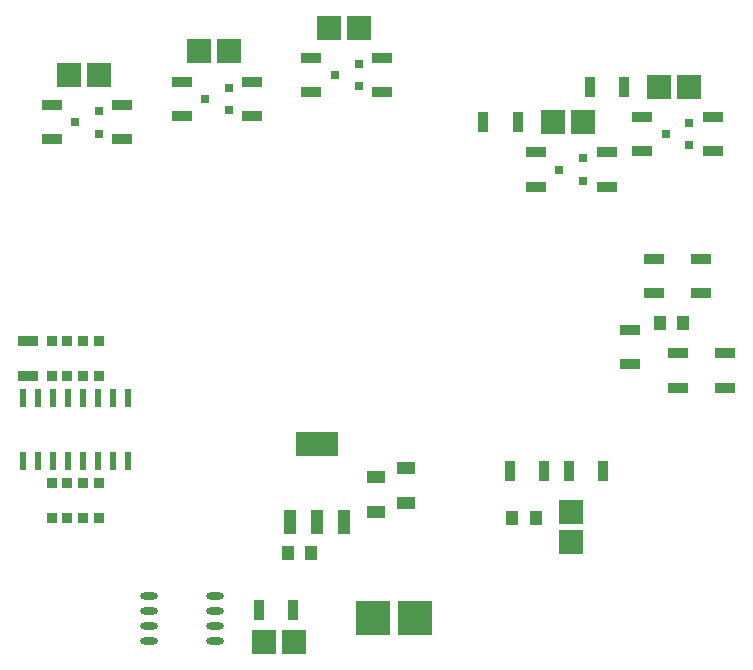
<source format=gtp>
G04 #@! TF.FileFunction,Paste,Top*
%FSLAX46Y46*%
G04 Gerber Fmt 4.6, Leading zero omitted, Abs format (unit mm)*
G04 Created by KiCad (PCBNEW 4.0.4-stable) date 03/22/17 00:02:01*
%MOMM*%
%LPD*%
G01*
G04 APERTURE LIST*
%ADD10C,0.100000*%
%ADD11R,1.600000X1.000000*%
%ADD12R,1.700000X0.900000*%
%ADD13R,3.657600X2.032000*%
%ADD14R,1.016000X2.032000*%
%ADD15R,0.600000X1.500000*%
%ADD16R,0.800100X0.800100*%
%ADD17O,1.473200X0.609600*%
%ADD18R,1.000000X1.250000*%
%ADD19R,2.032000X2.032000*%
%ADD20R,0.900000X1.700000*%
%ADD21R,0.900000X0.900000*%
%ADD22R,3.000000X3.000000*%
G04 APERTURE END LIST*
D10*
D11*
X123500000Y-143000000D03*
X123500000Y-140000000D03*
X126000000Y-142250000D03*
X126000000Y-139250000D03*
D12*
X94000000Y-131450000D03*
X94000000Y-128550000D03*
D13*
X118500000Y-137198000D03*
D14*
X118500000Y-143802000D03*
X120786000Y-143802000D03*
X116214000Y-143802000D03*
D15*
X93555000Y-138700000D03*
X94825000Y-138700000D03*
X96095000Y-138700000D03*
X97365000Y-138700000D03*
X98635000Y-138700000D03*
X99905000Y-138700000D03*
X101175000Y-138700000D03*
X102445000Y-138700000D03*
X102445000Y-133300000D03*
X101175000Y-133300000D03*
X99905000Y-133300000D03*
X98635000Y-133300000D03*
X97365000Y-133300000D03*
X96095000Y-133300000D03*
X94825000Y-133300000D03*
X93555000Y-133300000D03*
D16*
X150000760Y-111950000D03*
X150000760Y-110050000D03*
X148001780Y-111000000D03*
X141000760Y-114950000D03*
X141000760Y-113050000D03*
X139001780Y-114000000D03*
D12*
X153000000Y-132450000D03*
X153000000Y-129550000D03*
X149000000Y-132450000D03*
X149000000Y-129550000D03*
X145000000Y-130450000D03*
X145000000Y-127550000D03*
X152000000Y-109550000D03*
X152000000Y-112450000D03*
X143000000Y-112550000D03*
X143000000Y-115450000D03*
X146000000Y-109550000D03*
X146000000Y-112450000D03*
X137000000Y-112550000D03*
X137000000Y-115450000D03*
D17*
X104206000Y-150095000D03*
X104206000Y-151365000D03*
X104206000Y-152635000D03*
X104206000Y-153905000D03*
X109794000Y-153905000D03*
X109794000Y-152635000D03*
X109794000Y-151365000D03*
X109794000Y-150095000D03*
D16*
X122000760Y-106950000D03*
X122000760Y-105050000D03*
X120001780Y-106000000D03*
X111000760Y-108950000D03*
X111000760Y-107050000D03*
X109001780Y-108000000D03*
D12*
X124000000Y-104550000D03*
X124000000Y-107450000D03*
X113000000Y-106550000D03*
X113000000Y-109450000D03*
X118000000Y-104550000D03*
X118000000Y-107450000D03*
X107000000Y-106550000D03*
X107000000Y-109450000D03*
D16*
X100000760Y-110950000D03*
X100000760Y-109050000D03*
X98001780Y-110000000D03*
D12*
X147000000Y-121550000D03*
X147000000Y-124450000D03*
X151000000Y-121550000D03*
X151000000Y-124450000D03*
X102000000Y-108550000D03*
X102000000Y-111450000D03*
X96000000Y-108550000D03*
X96000000Y-111450000D03*
D18*
X118000000Y-146500000D03*
X116000000Y-146500000D03*
X137000000Y-143500000D03*
X135000000Y-143500000D03*
D19*
X140000000Y-145500000D03*
X140000000Y-142960000D03*
D20*
X137700000Y-139500000D03*
X134800000Y-139500000D03*
X142700000Y-139500000D03*
X139800000Y-139500000D03*
D21*
X100000000Y-128500000D03*
X96000000Y-128500000D03*
X98660000Y-128500000D03*
X97340000Y-128500000D03*
X98660000Y-131500000D03*
X100000000Y-131500000D03*
X96000000Y-131500000D03*
X97340000Y-131500000D03*
X96000000Y-143500000D03*
X100000000Y-143500000D03*
X97340000Y-143500000D03*
X98660000Y-143500000D03*
X97340000Y-140500000D03*
X96000000Y-140500000D03*
X100000000Y-140500000D03*
X98660000Y-140500000D03*
D20*
X135450000Y-110000000D03*
X132550000Y-110000000D03*
X144450000Y-107000000D03*
X141550000Y-107000000D03*
D22*
X123250000Y-152000000D03*
X126790000Y-152000000D03*
D19*
X150000000Y-107000000D03*
X147460000Y-107000000D03*
X141000000Y-110000000D03*
X138460000Y-110000000D03*
X122000000Y-102000000D03*
X119460000Y-102000000D03*
X111000000Y-104000000D03*
X108460000Y-104000000D03*
X100000000Y-106000000D03*
X97460000Y-106000000D03*
X114000000Y-154000000D03*
X116540000Y-154000000D03*
D20*
X113550000Y-151250000D03*
X116450000Y-151250000D03*
D18*
X149500000Y-127000000D03*
X147500000Y-127000000D03*
M02*

</source>
